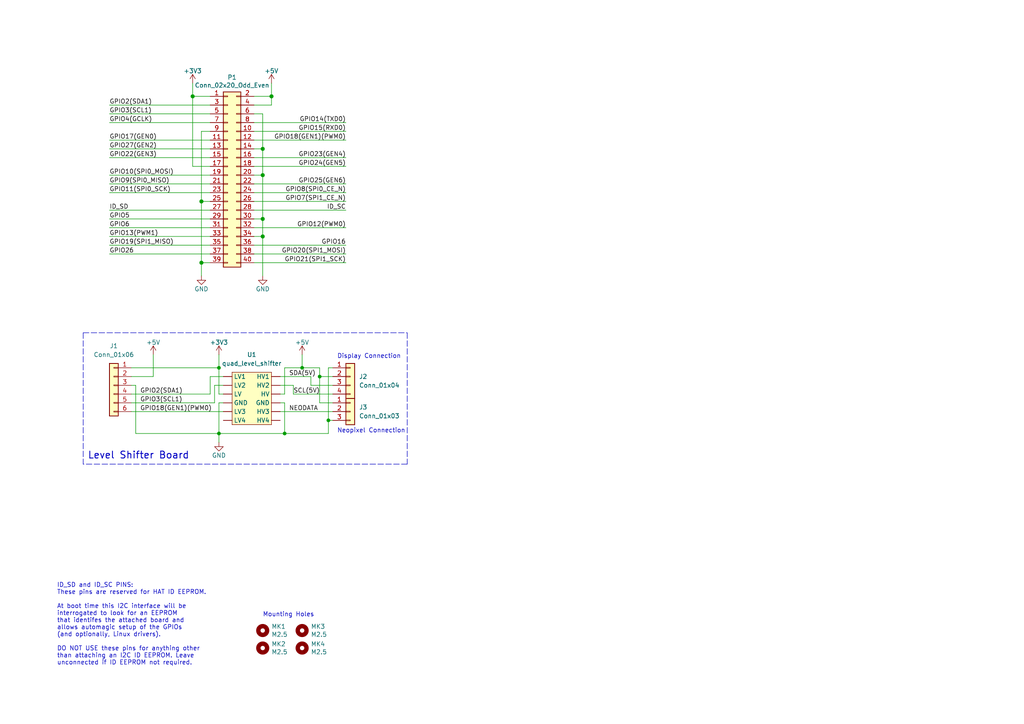
<source format=kicad_sch>
(kicad_sch (version 20211123) (generator eeschema)

  (uuid 9538e4ed-27e6-4c37-b989-9859dc0d49e8)

  (paper "A4")

  (title_block
    (date "15 nov 2012")
  )

  (lib_symbols
    (symbol "Connector_Generic:Conn_01x03" (pin_names (offset 1.016) hide) (in_bom yes) (on_board yes)
      (property "Reference" "J" (id 0) (at 0 5.08 0)
        (effects (font (size 1.27 1.27)))
      )
      (property "Value" "Conn_01x03" (id 1) (at 0 -5.08 0)
        (effects (font (size 1.27 1.27)))
      )
      (property "Footprint" "" (id 2) (at 0 0 0)
        (effects (font (size 1.27 1.27)) hide)
      )
      (property "Datasheet" "~" (id 3) (at 0 0 0)
        (effects (font (size 1.27 1.27)) hide)
      )
      (property "ki_keywords" "connector" (id 4) (at 0 0 0)
        (effects (font (size 1.27 1.27)) hide)
      )
      (property "ki_description" "Generic connector, single row, 01x03, script generated (kicad-library-utils/schlib/autogen/connector/)" (id 5) (at 0 0 0)
        (effects (font (size 1.27 1.27)) hide)
      )
      (property "ki_fp_filters" "Connector*:*_1x??_*" (id 6) (at 0 0 0)
        (effects (font (size 1.27 1.27)) hide)
      )
      (symbol "Conn_01x03_1_1"
        (rectangle (start -1.27 -2.413) (end 0 -2.667)
          (stroke (width 0.1524) (type default) (color 0 0 0 0))
          (fill (type none))
        )
        (rectangle (start -1.27 0.127) (end 0 -0.127)
          (stroke (width 0.1524) (type default) (color 0 0 0 0))
          (fill (type none))
        )
        (rectangle (start -1.27 2.667) (end 0 2.413)
          (stroke (width 0.1524) (type default) (color 0 0 0 0))
          (fill (type none))
        )
        (rectangle (start -1.27 3.81) (end 1.27 -3.81)
          (stroke (width 0.254) (type default) (color 0 0 0 0))
          (fill (type background))
        )
        (pin passive line (at -5.08 2.54 0) (length 3.81)
          (name "Pin_1" (effects (font (size 1.27 1.27))))
          (number "1" (effects (font (size 1.27 1.27))))
        )
        (pin passive line (at -5.08 0 0) (length 3.81)
          (name "Pin_2" (effects (font (size 1.27 1.27))))
          (number "2" (effects (font (size 1.27 1.27))))
        )
        (pin passive line (at -5.08 -2.54 0) (length 3.81)
          (name "Pin_3" (effects (font (size 1.27 1.27))))
          (number "3" (effects (font (size 1.27 1.27))))
        )
      )
    )
    (symbol "Connector_Generic:Conn_01x04" (pin_names (offset 1.016) hide) (in_bom yes) (on_board yes)
      (property "Reference" "J" (id 0) (at 0 5.08 0)
        (effects (font (size 1.27 1.27)))
      )
      (property "Value" "Conn_01x04" (id 1) (at 0 -7.62 0)
        (effects (font (size 1.27 1.27)))
      )
      (property "Footprint" "" (id 2) (at 0 0 0)
        (effects (font (size 1.27 1.27)) hide)
      )
      (property "Datasheet" "~" (id 3) (at 0 0 0)
        (effects (font (size 1.27 1.27)) hide)
      )
      (property "ki_keywords" "connector" (id 4) (at 0 0 0)
        (effects (font (size 1.27 1.27)) hide)
      )
      (property "ki_description" "Generic connector, single row, 01x04, script generated (kicad-library-utils/schlib/autogen/connector/)" (id 5) (at 0 0 0)
        (effects (font (size 1.27 1.27)) hide)
      )
      (property "ki_fp_filters" "Connector*:*_1x??_*" (id 6) (at 0 0 0)
        (effects (font (size 1.27 1.27)) hide)
      )
      (symbol "Conn_01x04_1_1"
        (rectangle (start -1.27 -4.953) (end 0 -5.207)
          (stroke (width 0.1524) (type default) (color 0 0 0 0))
          (fill (type none))
        )
        (rectangle (start -1.27 -2.413) (end 0 -2.667)
          (stroke (width 0.1524) (type default) (color 0 0 0 0))
          (fill (type none))
        )
        (rectangle (start -1.27 0.127) (end 0 -0.127)
          (stroke (width 0.1524) (type default) (color 0 0 0 0))
          (fill (type none))
        )
        (rectangle (start -1.27 2.667) (end 0 2.413)
          (stroke (width 0.1524) (type default) (color 0 0 0 0))
          (fill (type none))
        )
        (rectangle (start -1.27 3.81) (end 1.27 -6.35)
          (stroke (width 0.254) (type default) (color 0 0 0 0))
          (fill (type background))
        )
        (pin passive line (at -5.08 2.54 0) (length 3.81)
          (name "Pin_1" (effects (font (size 1.27 1.27))))
          (number "1" (effects (font (size 1.27 1.27))))
        )
        (pin passive line (at -5.08 0 0) (length 3.81)
          (name "Pin_2" (effects (font (size 1.27 1.27))))
          (number "2" (effects (font (size 1.27 1.27))))
        )
        (pin passive line (at -5.08 -2.54 0) (length 3.81)
          (name "Pin_3" (effects (font (size 1.27 1.27))))
          (number "3" (effects (font (size 1.27 1.27))))
        )
        (pin passive line (at -5.08 -5.08 0) (length 3.81)
          (name "Pin_4" (effects (font (size 1.27 1.27))))
          (number "4" (effects (font (size 1.27 1.27))))
        )
      )
    )
    (symbol "Connector_Generic:Conn_01x06" (pin_names (offset 1.016) hide) (in_bom yes) (on_board yes)
      (property "Reference" "J" (id 0) (at 0 7.62 0)
        (effects (font (size 1.27 1.27)))
      )
      (property "Value" "Conn_01x06" (id 1) (at 0 -10.16 0)
        (effects (font (size 1.27 1.27)))
      )
      (property "Footprint" "" (id 2) (at 0 0 0)
        (effects (font (size 1.27 1.27)) hide)
      )
      (property "Datasheet" "~" (id 3) (at 0 0 0)
        (effects (font (size 1.27 1.27)) hide)
      )
      (property "ki_keywords" "connector" (id 4) (at 0 0 0)
        (effects (font (size 1.27 1.27)) hide)
      )
      (property "ki_description" "Generic connector, single row, 01x06, script generated (kicad-library-utils/schlib/autogen/connector/)" (id 5) (at 0 0 0)
        (effects (font (size 1.27 1.27)) hide)
      )
      (property "ki_fp_filters" "Connector*:*_1x??_*" (id 6) (at 0 0 0)
        (effects (font (size 1.27 1.27)) hide)
      )
      (symbol "Conn_01x06_1_1"
        (rectangle (start -1.27 -7.493) (end 0 -7.747)
          (stroke (width 0.1524) (type default) (color 0 0 0 0))
          (fill (type none))
        )
        (rectangle (start -1.27 -4.953) (end 0 -5.207)
          (stroke (width 0.1524) (type default) (color 0 0 0 0))
          (fill (type none))
        )
        (rectangle (start -1.27 -2.413) (end 0 -2.667)
          (stroke (width 0.1524) (type default) (color 0 0 0 0))
          (fill (type none))
        )
        (rectangle (start -1.27 0.127) (end 0 -0.127)
          (stroke (width 0.1524) (type default) (color 0 0 0 0))
          (fill (type none))
        )
        (rectangle (start -1.27 2.667) (end 0 2.413)
          (stroke (width 0.1524) (type default) (color 0 0 0 0))
          (fill (type none))
        )
        (rectangle (start -1.27 5.207) (end 0 4.953)
          (stroke (width 0.1524) (type default) (color 0 0 0 0))
          (fill (type none))
        )
        (rectangle (start -1.27 6.35) (end 1.27 -8.89)
          (stroke (width 0.254) (type default) (color 0 0 0 0))
          (fill (type background))
        )
        (pin passive line (at -5.08 5.08 0) (length 3.81)
          (name "Pin_1" (effects (font (size 1.27 1.27))))
          (number "1" (effects (font (size 1.27 1.27))))
        )
        (pin passive line (at -5.08 2.54 0) (length 3.81)
          (name "Pin_2" (effects (font (size 1.27 1.27))))
          (number "2" (effects (font (size 1.27 1.27))))
        )
        (pin passive line (at -5.08 0 0) (length 3.81)
          (name "Pin_3" (effects (font (size 1.27 1.27))))
          (number "3" (effects (font (size 1.27 1.27))))
        )
        (pin passive line (at -5.08 -2.54 0) (length 3.81)
          (name "Pin_4" (effects (font (size 1.27 1.27))))
          (number "4" (effects (font (size 1.27 1.27))))
        )
        (pin passive line (at -5.08 -5.08 0) (length 3.81)
          (name "Pin_5" (effects (font (size 1.27 1.27))))
          (number "5" (effects (font (size 1.27 1.27))))
        )
        (pin passive line (at -5.08 -7.62 0) (length 3.81)
          (name "Pin_6" (effects (font (size 1.27 1.27))))
          (number "6" (effects (font (size 1.27 1.27))))
        )
      )
    )
    (symbol "Connector_Generic:Conn_02x20_Odd_Even" (pin_names (offset 1.016) hide) (in_bom yes) (on_board yes)
      (property "Reference" "J" (id 0) (at 1.27 25.4 0)
        (effects (font (size 1.27 1.27)))
      )
      (property "Value" "Conn_02x20_Odd_Even" (id 1) (at 1.27 -27.94 0)
        (effects (font (size 1.27 1.27)))
      )
      (property "Footprint" "" (id 2) (at 0 0 0)
        (effects (font (size 1.27 1.27)) hide)
      )
      (property "Datasheet" "~" (id 3) (at 0 0 0)
        (effects (font (size 1.27 1.27)) hide)
      )
      (property "ki_keywords" "connector" (id 4) (at 0 0 0)
        (effects (font (size 1.27 1.27)) hide)
      )
      (property "ki_description" "Generic connector, double row, 02x20, odd/even pin numbering scheme (row 1 odd numbers, row 2 even numbers), script generated (kicad-library-utils/schlib/autogen/connector/)" (id 5) (at 0 0 0)
        (effects (font (size 1.27 1.27)) hide)
      )
      (property "ki_fp_filters" "Connector*:*_2x??_*" (id 6) (at 0 0 0)
        (effects (font (size 1.27 1.27)) hide)
      )
      (symbol "Conn_02x20_Odd_Even_1_1"
        (rectangle (start -1.27 -25.273) (end 0 -25.527)
          (stroke (width 0.1524) (type default) (color 0 0 0 0))
          (fill (type none))
        )
        (rectangle (start -1.27 -22.733) (end 0 -22.987)
          (stroke (width 0.1524) (type default) (color 0 0 0 0))
          (fill (type none))
        )
        (rectangle (start -1.27 -20.193) (end 0 -20.447)
          (stroke (width 0.1524) (type default) (color 0 0 0 0))
          (fill (type none))
        )
        (rectangle (start -1.27 -17.653) (end 0 -17.907)
          (stroke (width 0.1524) (type default) (color 0 0 0 0))
          (fill (type none))
        )
        (rectangle (start -1.27 -15.113) (end 0 -15.367)
          (stroke (width 0.1524) (type default) (color 0 0 0 0))
          (fill (type none))
        )
        (rectangle (start -1.27 -12.573) (end 0 -12.827)
          (stroke (width 0.1524) (type default) (color 0 0 0 0))
          (fill (type none))
        )
        (rectangle (start -1.27 -10.033) (end 0 -10.287)
          (stroke (width 0.1524) (type default) (color 0 0 0 0))
          (fill (type none))
        )
        (rectangle (start -1.27 -7.493) (end 0 -7.747)
          (stroke (width 0.1524) (type default) (color 0 0 0 0))
          (fill (type none))
        )
        (rectangle (start -1.27 -4.953) (end 0 -5.207)
          (stroke (width 0.1524) (type default) (color 0 0 0 0))
          (fill (type none))
        )
        (rectangle (start -1.27 -2.413) (end 0 -2.667)
          (stroke (width 0.1524) (type default) (color 0 0 0 0))
          (fill (type none))
        )
        (rectangle (start -1.27 0.127) (end 0 -0.127)
          (stroke (width 0.1524) (type default) (color 0 0 0 0))
          (fill (type none))
        )
        (rectangle (start -1.27 2.667) (end 0 2.413)
          (stroke (width 0.1524) (type default) (color 0 0 0 0))
          (fill (type none))
        )
        (rectangle (start -1.27 5.207) (end 0 4.953)
          (stroke (width 0.1524) (type default) (color 0 0 0 0))
          (fill (type none))
        )
        (rectangle (start -1.27 7.747) (end 0 7.493)
          (stroke (width 0.1524) (type default) (color 0 0 0 0))
          (fill (type none))
        )
        (rectangle (start -1.27 10.287) (end 0 10.033)
          (stroke (width 0.1524) (type default) (color 0 0 0 0))
          (fill (type none))
        )
        (rectangle (start -1.27 12.827) (end 0 12.573)
          (stroke (width 0.1524) (type default) (color 0 0 0 0))
          (fill (type none))
        )
        (rectangle (start -1.27 15.367) (end 0 15.113)
          (stroke (width 0.1524) (type default) (color 0 0 0 0))
          (fill (type none))
        )
        (rectangle (start -1.27 17.907) (end 0 17.653)
          (stroke (width 0.1524) (type default) (color 0 0 0 0))
          (fill (type none))
        )
        (rectangle (start -1.27 20.447) (end 0 20.193)
          (stroke (width 0.1524) (type default) (color 0 0 0 0))
          (fill (type none))
        )
        (rectangle (start -1.27 22.987) (end 0 22.733)
          (stroke (width 0.1524) (type default) (color 0 0 0 0))
          (fill (type none))
        )
        (rectangle (start -1.27 24.13) (end 3.81 -26.67)
          (stroke (width 0.254) (type default) (color 0 0 0 0))
          (fill (type background))
        )
        (rectangle (start 3.81 -25.273) (end 2.54 -25.527)
          (stroke (width 0.1524) (type default) (color 0 0 0 0))
          (fill (type none))
        )
        (rectangle (start 3.81 -22.733) (end 2.54 -22.987)
          (stroke (width 0.1524) (type default) (color 0 0 0 0))
          (fill (type none))
        )
        (rectangle (start 3.81 -20.193) (end 2.54 -20.447)
          (stroke (width 0.1524) (type default) (color 0 0 0 0))
          (fill (type none))
        )
        (rectangle (start 3.81 -17.653) (end 2.54 -17.907)
          (stroke (width 0.1524) (type default) (color 0 0 0 0))
          (fill (type none))
        )
        (rectangle (start 3.81 -15.113) (end 2.54 -15.367)
          (stroke (width 0.1524) (type default) (color 0 0 0 0))
          (fill (type none))
        )
        (rectangle (start 3.81 -12.573) (end 2.54 -12.827)
          (stroke (width 0.1524) (type default) (color 0 0 0 0))
          (fill (type none))
        )
        (rectangle (start 3.81 -10.033) (end 2.54 -10.287)
          (stroke (width 0.1524) (type default) (color 0 0 0 0))
          (fill (type none))
        )
        (rectangle (start 3.81 -7.493) (end 2.54 -7.747)
          (stroke (width 0.1524) (type default) (color 0 0 0 0))
          (fill (type none))
        )
        (rectangle (start 3.81 -4.953) (end 2.54 -5.207)
          (stroke (width 0.1524) (type default) (color 0 0 0 0))
          (fill (type none))
        )
        (rectangle (start 3.81 -2.413) (end 2.54 -2.667)
          (stroke (width 0.1524) (type default) (color 0 0 0 0))
          (fill (type none))
        )
        (rectangle (start 3.81 0.127) (end 2.54 -0.127)
          (stroke (width 0.1524) (type default) (color 0 0 0 0))
          (fill (type none))
        )
        (rectangle (start 3.81 2.667) (end 2.54 2.413)
          (stroke (width 0.1524) (type default) (color 0 0 0 0))
          (fill (type none))
        )
        (rectangle (start 3.81 5.207) (end 2.54 4.953)
          (stroke (width 0.1524) (type default) (color 0 0 0 0))
          (fill (type none))
        )
        (rectangle (start 3.81 7.747) (end 2.54 7.493)
          (stroke (width 0.1524) (type default) (color 0 0 0 0))
          (fill (type none))
        )
        (rectangle (start 3.81 10.287) (end 2.54 10.033)
          (stroke (width 0.1524) (type default) (color 0 0 0 0))
          (fill (type none))
        )
        (rectangle (start 3.81 12.827) (end 2.54 12.573)
          (stroke (width 0.1524) (type default) (color 0 0 0 0))
          (fill (type none))
        )
        (rectangle (start 3.81 15.367) (end 2.54 15.113)
          (stroke (width 0.1524) (type default) (color 0 0 0 0))
          (fill (type none))
        )
        (rectangle (start 3.81 17.907) (end 2.54 17.653)
          (stroke (width 0.1524) (type default) (color 0 0 0 0))
          (fill (type none))
        )
        (rectangle (start 3.81 20.447) (end 2.54 20.193)
          (stroke (width 0.1524) (type default) (color 0 0 0 0))
          (fill (type none))
        )
        (rectangle (start 3.81 22.987) (end 2.54 22.733)
          (stroke (width 0.1524) (type default) (color 0 0 0 0))
          (fill (type none))
        )
        (pin passive line (at -5.08 22.86 0) (length 3.81)
          (name "Pin_1" (effects (font (size 1.27 1.27))))
          (number "1" (effects (font (size 1.27 1.27))))
        )
        (pin passive line (at 7.62 12.7 180) (length 3.81)
          (name "Pin_10" (effects (font (size 1.27 1.27))))
          (number "10" (effects (font (size 1.27 1.27))))
        )
        (pin passive line (at -5.08 10.16 0) (length 3.81)
          (name "Pin_11" (effects (font (size 1.27 1.27))))
          (number "11" (effects (font (size 1.27 1.27))))
        )
        (pin passive line (at 7.62 10.16 180) (length 3.81)
          (name "Pin_12" (effects (font (size 1.27 1.27))))
          (number "12" (effects (font (size 1.27 1.27))))
        )
        (pin passive line (at -5.08 7.62 0) (length 3.81)
          (name "Pin_13" (effects (font (size 1.27 1.27))))
          (number "13" (effects (font (size 1.27 1.27))))
        )
        (pin passive line (at 7.62 7.62 180) (length 3.81)
          (name "Pin_14" (effects (font (size 1.27 1.27))))
          (number "14" (effects (font (size 1.27 1.27))))
        )
        (pin passive line (at -5.08 5.08 0) (length 3.81)
          (name "Pin_15" (effects (font (size 1.27 1.27))))
          (number "15" (effects (font (size 1.27 1.27))))
        )
        (pin passive line (at 7.62 5.08 180) (length 3.81)
          (name "Pin_16" (effects (font (size 1.27 1.27))))
          (number "16" (effects (font (size 1.27 1.27))))
        )
        (pin passive line (at -5.08 2.54 0) (length 3.81)
          (name "Pin_17" (effects (font (size 1.27 1.27))))
          (number "17" (effects (font (size 1.27 1.27))))
        )
        (pin passive line (at 7.62 2.54 180) (length 3.81)
          (name "Pin_18" (effects (font (size 1.27 1.27))))
          (number "18" (effects (font (size 1.27 1.27))))
        )
        (pin passive line (at -5.08 0 0) (length 3.81)
          (name "Pin_19" (effects (font (size 1.27 1.27))))
          (number "19" (effects (font (size 1.27 1.27))))
        )
        (pin passive line (at 7.62 22.86 180) (length 3.81)
          (name "Pin_2" (effects (font (size 1.27 1.27))))
          (number "2" (effects (font (size 1.27 1.27))))
        )
        (pin passive line (at 7.62 0 180) (length 3.81)
          (name "Pin_20" (effects (font (size 1.27 1.27))))
          (number "20" (effects (font (size 1.27 1.27))))
        )
        (pin passive line (at -5.08 -2.54 0) (length 3.81)
          (name "Pin_21" (effects (font (size 1.27 1.27))))
          (number "21" (effects (font (size 1.27 1.27))))
        )
        (pin passive line (at 7.62 -2.54 180) (length 3.81)
          (name "Pin_22" (effects (font (size 1.27 1.27))))
          (number "22" (effects (font (size 1.27 1.27))))
        )
        (pin passive line (at -5.08 -5.08 0) (length 3.81)
          (name "Pin_23" (effects (font (size 1.27 1.27))))
          (number "23" (effects (font (size 1.27 1.27))))
        )
        (pin passive line (at 7.62 -5.08 180) (length 3.81)
          (name "Pin_24" (effects (font (size 1.27 1.27))))
          (number "24" (effects (font (size 1.27 1.27))))
        )
        (pin passive line (at -5.08 -7.62 0) (length 3.81)
          (name "Pin_25" (effects (font (size 1.27 1.27))))
          (number "25" (effects (font (size 1.27 1.27))))
        )
        (pin passive line (at 7.62 -7.62 180) (length 3.81)
          (name "Pin_26" (effects (font (size 1.27 1.27))))
          (number "26" (effects (font (size 1.27 1.27))))
        )
        (pin passive line (at -5.08 -10.16 0) (length 3.81)
          (name "Pin_27" (effects (font (size 1.27 1.27))))
          (number "27" (effects (font (size 1.27 1.27))))
        )
        (pin passive line (at 7.62 -10.16 180) (length 3.81)
          (name "Pin_28" (effects (font (size 1.27 1.27))))
          (number "28" (effects (font (size 1.27 1.27))))
        )
        (pin passive line (at -5.08 -12.7 0) (length 3.81)
          (name "Pin_29" (effects (font (size 1.27 1.27))))
          (number "29" (effects (font (size 1.27 1.27))))
        )
        (pin passive line (at -5.08 20.32 0) (length 3.81)
          (name "Pin_3" (effects (font (size 1.27 1.27))))
          (number "3" (effects (font (size 1.27 1.27))))
        )
        (pin passive line (at 7.62 -12.7 180) (length 3.81)
          (name "Pin_30" (effects (font (size 1.27 1.27))))
          (number "30" (effects (font (size 1.27 1.27))))
        )
        (pin passive line (at -5.08 -15.24 0) (length 3.81)
          (name "Pin_31" (effects (font (size 1.27 1.27))))
          (number "31" (effects (font (size 1.27 1.27))))
        )
        (pin passive line (at 7.62 -15.24 180) (length 3.81)
          (name "Pin_32" (effects (font (size 1.27 1.27))))
          (number "32" (effects (font (size 1.27 1.27))))
        )
        (pin passive line (at -5.08 -17.78 0) (length 3.81)
          (name "Pin_33" (effects (font (size 1.27 1.27))))
          (number "33" (effects (font (size 1.27 1.27))))
        )
        (pin passive line (at 7.62 -17.78 180) (length 3.81)
          (name "Pin_34" (effects (font (size 1.27 1.27))))
          (number "34" (effects (font (size 1.27 1.27))))
        )
        (pin passive line (at -5.08 -20.32 0) (length 3.81)
          (name "Pin_35" (effects (font (size 1.27 1.27))))
          (number "35" (effects (font (size 1.27 1.27))))
        )
        (pin passive line (at 7.62 -20.32 180) (length 3.81)
          (name "Pin_36" (effects (font (size 1.27 1.27))))
          (number "36" (effects (font (size 1.27 1.27))))
        )
        (pin passive line (at -5.08 -22.86 0) (length 3.81)
          (name "Pin_37" (effects (font (size 1.27 1.27))))
          (number "37" (effects (font (size 1.27 1.27))))
        )
        (pin passive line (at 7.62 -22.86 180) (length 3.81)
          (name "Pin_38" (effects (font (size 1.27 1.27))))
          (number "38" (effects (font (size 1.27 1.27))))
        )
        (pin passive line (at -5.08 -25.4 0) (length 3.81)
          (name "Pin_39" (effects (font (size 1.27 1.27))))
          (number "39" (effects (font (size 1.27 1.27))))
        )
        (pin passive line (at 7.62 20.32 180) (length 3.81)
          (name "Pin_4" (effects (font (size 1.27 1.27))))
          (number "4" (effects (font (size 1.27 1.27))))
        )
        (pin passive line (at 7.62 -25.4 180) (length 3.81)
          (name "Pin_40" (effects (font (size 1.27 1.27))))
          (number "40" (effects (font (size 1.27 1.27))))
        )
        (pin passive line (at -5.08 17.78 0) (length 3.81)
          (name "Pin_5" (effects (font (size 1.27 1.27))))
          (number "5" (effects (font (size 1.27 1.27))))
        )
        (pin passive line (at 7.62 17.78 180) (length 3.81)
          (name "Pin_6" (effects (font (size 1.27 1.27))))
          (number "6" (effects (font (size 1.27 1.27))))
        )
        (pin passive line (at -5.08 15.24 0) (length 3.81)
          (name "Pin_7" (effects (font (size 1.27 1.27))))
          (number "7" (effects (font (size 1.27 1.27))))
        )
        (pin passive line (at 7.62 15.24 180) (length 3.81)
          (name "Pin_8" (effects (font (size 1.27 1.27))))
          (number "8" (effects (font (size 1.27 1.27))))
        )
        (pin passive line (at -5.08 12.7 0) (length 3.81)
          (name "Pin_9" (effects (font (size 1.27 1.27))))
          (number "9" (effects (font (size 1.27 1.27))))
        )
      )
    )
    (symbol "Mechanical:MountingHole" (pin_names (offset 1.016)) (in_bom yes) (on_board yes)
      (property "Reference" "H" (id 0) (at 0 5.08 0)
        (effects (font (size 1.27 1.27)))
      )
      (property "Value" "MountingHole" (id 1) (at 0 3.175 0)
        (effects (font (size 1.27 1.27)))
      )
      (property "Footprint" "" (id 2) (at 0 0 0)
        (effects (font (size 1.27 1.27)) hide)
      )
      (property "Datasheet" "~" (id 3) (at 0 0 0)
        (effects (font (size 1.27 1.27)) hide)
      )
      (property "ki_keywords" "mounting hole" (id 4) (at 0 0 0)
        (effects (font (size 1.27 1.27)) hide)
      )
      (property "ki_description" "Mounting Hole without connection" (id 5) (at 0 0 0)
        (effects (font (size 1.27 1.27)) hide)
      )
      (property "ki_fp_filters" "MountingHole*" (id 6) (at 0 0 0)
        (effects (font (size 1.27 1.27)) hide)
      )
      (symbol "MountingHole_0_1"
        (circle (center 0 0) (radius 1.27)
          (stroke (width 1.27) (type default) (color 0 0 0 0))
          (fill (type none))
        )
      )
    )
    (symbol "custom_components:quad_level_shifter" (in_bom yes) (on_board yes)
      (property "Reference" "U" (id 0) (at 5.08 -1.27 0)
        (effects (font (size 1.27 1.27)))
      )
      (property "Value" "quad_level_shifter" (id 1) (at 6.35 16.51 0)
        (effects (font (size 1.27 1.27)))
      )
      (property "Footprint" "" (id 2) (at 2.54 16.51 0)
        (effects (font (size 1.27 1.27)) hide)
      )
      (property "Datasheet" "" (id 3) (at 2.54 16.51 0)
        (effects (font (size 1.27 1.27)) hide)
      )
      (symbol "quad_level_shifter_0_1"
        (rectangle (start 0 15.24) (end 11.43 0)
          (stroke (width 0) (type default) (color 0 0 0 0))
          (fill (type background))
        )
      )
      (symbol "quad_level_shifter_1_1"
        (pin power_in line (at -2.54 6.35 0) (length 2.54)
          (name "GND" (effects (font (size 1.27 1.27))))
          (number "" (effects (font (size 1.27 1.27))))
        )
        (pin power_in line (at 13.97 6.35 180) (length 2.54)
          (name "GND" (effects (font (size 1.27 1.27))))
          (number "" (effects (font (size 1.27 1.27))))
        )
        (pin power_in line (at 13.97 8.89 180) (length 2.54)
          (name "HV" (effects (font (size 1.27 1.27))))
          (number "" (effects (font (size 1.27 1.27))))
        )
        (pin bidirectional line (at 13.97 13.97 180) (length 2.54)
          (name "HV1" (effects (font (size 1.27 1.27))))
          (number "" (effects (font (size 1.27 1.27))))
        )
        (pin bidirectional line (at 13.97 11.43 180) (length 2.54)
          (name "HV2" (effects (font (size 1.27 1.27))))
          (number "" (effects (font (size 1.27 1.27))))
        )
        (pin bidirectional line (at 13.97 3.81 180) (length 2.54)
          (name "HV3" (effects (font (size 1.27 1.27))))
          (number "" (effects (font (size 1.27 1.27))))
        )
        (pin bidirectional line (at 13.97 1.27 180) (length 2.54)
          (name "HV4" (effects (font (size 1.27 1.27))))
          (number "" (effects (font (size 1.27 1.27))))
        )
        (pin power_in line (at -2.54 8.89 0) (length 2.54)
          (name "LV" (effects (font (size 1.27 1.27))))
          (number "" (effects (font (size 1.27 1.27))))
        )
        (pin bidirectional line (at -2.54 13.97 0) (length 2.54)
          (name "LV1" (effects (font (size 1.27 1.27))))
          (number "" (effects (font (size 1.27 1.27))))
        )
        (pin bidirectional line (at -2.54 11.43 0) (length 2.54)
          (name "LV2" (effects (font (size 1.27 1.27))))
          (number "" (effects (font (size 1.27 1.27))))
        )
        (pin bidirectional line (at -2.54 3.81 0) (length 2.54)
          (name "LV3" (effects (font (size 1.27 1.27))))
          (number "" (effects (font (size 1.27 1.27))))
        )
        (pin bidirectional line (at -2.54 1.27 0) (length 2.54)
          (name "LV4" (effects (font (size 1.27 1.27))))
          (number "" (effects (font (size 1.27 1.27))))
        )
      )
    )
    (symbol "power:+3.3V" (power) (pin_names (offset 0)) (in_bom yes) (on_board yes)
      (property "Reference" "#PWR" (id 0) (at 0 -3.81 0)
        (effects (font (size 1.27 1.27)) hide)
      )
      (property "Value" "+3.3V" (id 1) (at 0 3.556 0)
        (effects (font (size 1.27 1.27)))
      )
      (property "Footprint" "" (id 2) (at 0 0 0)
        (effects (font (size 1.27 1.27)) hide)
      )
      (property "Datasheet" "" (id 3) (at 0 0 0)
        (effects (font (size 1.27 1.27)) hide)
      )
      (property "ki_keywords" "power-flag" (id 4) (at 0 0 0)
        (effects (font (size 1.27 1.27)) hide)
      )
      (property "ki_description" "Power symbol creates a global label with name \"+3.3V\"" (id 5) (at 0 0 0)
        (effects (font (size 1.27 1.27)) hide)
      )
      (symbol "+3.3V_0_1"
        (polyline
          (pts
            (xy -0.762 1.27)
            (xy 0 2.54)
          )
          (stroke (width 0) (type default) (color 0 0 0 0))
          (fill (type none))
        )
        (polyline
          (pts
            (xy 0 0)
            (xy 0 2.54)
          )
          (stroke (width 0) (type default) (color 0 0 0 0))
          (fill (type none))
        )
        (polyline
          (pts
            (xy 0 2.54)
            (xy 0.762 1.27)
          )
          (stroke (width 0) (type default) (color 0 0 0 0))
          (fill (type none))
        )
      )
      (symbol "+3.3V_1_1"
        (pin power_in line (at 0 0 90) (length 0) hide
          (name "+3V3" (effects (font (size 1.27 1.27))))
          (number "1" (effects (font (size 1.27 1.27))))
        )
      )
    )
    (symbol "power:+5V" (power) (pin_names (offset 0)) (in_bom yes) (on_board yes)
      (property "Reference" "#PWR" (id 0) (at 0 -3.81 0)
        (effects (font (size 1.27 1.27)) hide)
      )
      (property "Value" "+5V" (id 1) (at 0 3.556 0)
        (effects (font (size 1.27 1.27)))
      )
      (property "Footprint" "" (id 2) (at 0 0 0)
        (effects (font (size 1.27 1.27)) hide)
      )
      (property "Datasheet" "" (id 3) (at 0 0 0)
        (effects (font (size 1.27 1.27)) hide)
      )
      (property "ki_keywords" "power-flag" (id 4) (at 0 0 0)
        (effects (font (size 1.27 1.27)) hide)
      )
      (property "ki_description" "Power symbol creates a global label with name \"+5V\"" (id 5) (at 0 0 0)
        (effects (font (size 1.27 1.27)) hide)
      )
      (symbol "+5V_0_1"
        (polyline
          (pts
            (xy -0.762 1.27)
            (xy 0 2.54)
          )
          (stroke (width 0) (type default) (color 0 0 0 0))
          (fill (type none))
        )
        (polyline
          (pts
            (xy 0 0)
            (xy 0 2.54)
          )
          (stroke (width 0) (type default) (color 0 0 0 0))
          (fill (type none))
        )
        (polyline
          (pts
            (xy 0 2.54)
            (xy 0.762 1.27)
          )
          (stroke (width 0) (type default) (color 0 0 0 0))
          (fill (type none))
        )
      )
      (symbol "+5V_1_1"
        (pin power_in line (at 0 0 90) (length 0) hide
          (name "+5V" (effects (font (size 1.27 1.27))))
          (number "1" (effects (font (size 1.27 1.27))))
        )
      )
    )
    (symbol "power:GND" (power) (pin_names (offset 0)) (in_bom yes) (on_board yes)
      (property "Reference" "#PWR" (id 0) (at 0 -6.35 0)
        (effects (font (size 1.27 1.27)) hide)
      )
      (property "Value" "GND" (id 1) (at 0 -3.81 0)
        (effects (font (size 1.27 1.27)))
      )
      (property "Footprint" "" (id 2) (at 0 0 0)
        (effects (font (size 1.27 1.27)) hide)
      )
      (property "Datasheet" "" (id 3) (at 0 0 0)
        (effects (font (size 1.27 1.27)) hide)
      )
      (property "ki_keywords" "power-flag" (id 4) (at 0 0 0)
        (effects (font (size 1.27 1.27)) hide)
      )
      (property "ki_description" "Power symbol creates a global label with name \"GND\" , ground" (id 5) (at 0 0 0)
        (effects (font (size 1.27 1.27)) hide)
      )
      (symbol "GND_0_1"
        (polyline
          (pts
            (xy 0 0)
            (xy 0 -1.27)
            (xy 1.27 -1.27)
            (xy 0 -2.54)
            (xy -1.27 -1.27)
            (xy 0 -1.27)
          )
          (stroke (width 0) (type default) (color 0 0 0 0))
          (fill (type none))
        )
      )
      (symbol "GND_1_1"
        (pin power_in line (at 0 0 270) (length 0) hide
          (name "GND" (effects (font (size 1.27 1.27))))
          (number "1" (effects (font (size 1.27 1.27))))
        )
      )
    )
  )

  (junction (at 82.55 125.73) (diameter 0) (color 0 0 0 0)
    (uuid 0a7d1e19-404e-45ff-b239-025b3086c6ed)
  )
  (junction (at 76.2 50.8) (diameter 1.016) (color 0 0 0 0)
    (uuid 13abf99d-5265-4779-8973-e94370fd18ff)
  )
  (junction (at 58.42 76.2) (diameter 1.016) (color 0 0 0 0)
    (uuid 32667662-ae86-4904-b198-3e95f11851bf)
  )
  (junction (at 55.88 27.94) (diameter 1.016) (color 0 0 0 0)
    (uuid 3dcc657b-55a1-48e0-9667-e01e7b6b08b5)
  )
  (junction (at 78.74 27.94) (diameter 1.016) (color 0 0 0 0)
    (uuid 46918595-4a45-48e8-84c0-961b4db7f35f)
  )
  (junction (at 58.42 58.42) (diameter 1.016) (color 0 0 0 0)
    (uuid 67f6e996-3c99-493c-8f6f-e739e2ed5d7a)
  )
  (junction (at 87.63 106.68) (diameter 0) (color 0 0 0 0)
    (uuid 6f8fa528-3024-468f-aa76-f56ae7825476)
  )
  (junction (at 95.25 121.92) (diameter 0) (color 0 0 0 0)
    (uuid 82b086ac-f898-4a1e-94e8-84b1c108a0f5)
  )
  (junction (at 63.5 106.68) (diameter 0) (color 0 0 0 0)
    (uuid 93f0180c-5571-48d1-bfeb-602e5c4078dd)
  )
  (junction (at 92.71 109.22) (diameter 0) (color 0 0 0 0)
    (uuid 9f01fc62-5929-480d-affc-4726ba245864)
  )
  (junction (at 76.2 43.18) (diameter 1.016) (color 0 0 0 0)
    (uuid a05d7640-f2f6-4ba7-8c51-5a4af431fc13)
  )
  (junction (at 76.2 63.5) (diameter 1.016) (color 0 0 0 0)
    (uuid a7520ad3-0f8b-4788-92d4-8ffb277041e6)
  )
  (junction (at 76.2 68.58) (diameter 1.016) (color 0 0 0 0)
    (uuid a795f1ba-cdd5-4cc5-9a52-08586e982934)
  )
  (junction (at 63.5 125.73) (diameter 0) (color 0 0 0 0)
    (uuid bd327386-892e-435a-95cf-038950ce77d2)
  )

  (wire (pts (xy 92.71 109.22) (xy 92.71 116.84))
    (stroke (width 0) (type default) (color 0 0 0 0))
    (uuid 01eb51b8-18dc-4532-ad60-8783aa9476b2)
  )
  (wire (pts (xy 60.96 114.3) (xy 60.96 109.22))
    (stroke (width 0) (type default) (color 0 0 0 0))
    (uuid 094d1042-d8bc-47ce-a5f6-38be9dd68a86)
  )
  (wire (pts (xy 92.71 109.22) (xy 92.71 106.68))
    (stroke (width 0) (type default) (color 0 0 0 0))
    (uuid 09d7acd4-d7a7-48ee-8827-ba4794e83c5e)
  )
  (wire (pts (xy 55.88 27.94) (xy 60.96 27.94))
    (stroke (width 0) (type solid) (color 0 0 0 0))
    (uuid 0cc9255d-c831-4d62-ac1a-4fa9fe449d56)
  )
  (wire (pts (xy 73.66 71.12) (xy 100.33 71.12))
    (stroke (width 0) (type solid) (color 0 0 0 0))
    (uuid 11a31309-9db5-4a72-b1fa-4a6460640dd2)
  )
  (wire (pts (xy 82.55 116.84) (xy 82.55 125.73))
    (stroke (width 0) (type default) (color 0 0 0 0))
    (uuid 1352ccdb-a311-4ecf-b61f-892130894e91)
  )
  (wire (pts (xy 78.74 27.94) (xy 78.74 30.48))
    (stroke (width 0) (type solid) (color 0 0 0 0))
    (uuid 139706b3-6b1b-481c-9e5b-0a36eebd4638)
  )
  (wire (pts (xy 90.17 109.22) (xy 90.17 111.76))
    (stroke (width 0) (type default) (color 0 0 0 0))
    (uuid 157f6d21-6c4c-420d-843b-70b793547a31)
  )
  (wire (pts (xy 81.28 116.84) (xy 82.55 116.84))
    (stroke (width 0) (type default) (color 0 0 0 0))
    (uuid 22e7bee0-955f-4d96-9f51-bdb661abbf3b)
  )
  (wire (pts (xy 76.2 43.18) (xy 76.2 50.8))
    (stroke (width 0) (type solid) (color 0 0 0 0))
    (uuid 23341db3-04b3-4f95-961c-afb905f7fdf5)
  )
  (wire (pts (xy 73.66 35.56) (xy 100.33 35.56))
    (stroke (width 0) (type solid) (color 0 0 0 0))
    (uuid 26cf68b6-1950-4dac-8733-1125b73cc3a0)
  )
  (wire (pts (xy 62.23 111.76) (xy 64.77 111.76))
    (stroke (width 0) (type default) (color 0 0 0 0))
    (uuid 290f700f-654f-43ff-b143-e4b891bb7670)
  )
  (wire (pts (xy 90.17 111.76) (xy 96.52 111.76))
    (stroke (width 0) (type default) (color 0 0 0 0))
    (uuid 2a1db25f-5fca-442f-bfa6-8adbf53b736d)
  )
  (wire (pts (xy 63.5 106.68) (xy 63.5 114.3))
    (stroke (width 0) (type default) (color 0 0 0 0))
    (uuid 2c5c9f32-3cb1-4dd4-87e6-79cb7efc126b)
  )
  (wire (pts (xy 81.28 109.22) (xy 90.17 109.22))
    (stroke (width 0) (type default) (color 0 0 0 0))
    (uuid 347ae521-ed5b-4ac6-919e-827083f07282)
  )
  (wire (pts (xy 63.5 116.84) (xy 63.5 125.73))
    (stroke (width 0) (type default) (color 0 0 0 0))
    (uuid 35e4d54b-3988-4b44-a8ba-6721be31e01c)
  )
  (wire (pts (xy 63.5 125.73) (xy 82.55 125.73))
    (stroke (width 0) (type default) (color 0 0 0 0))
    (uuid 36cb5f84-b6c7-4012-9c4e-0ec908095091)
  )
  (wire (pts (xy 38.1 114.3) (xy 60.96 114.3))
    (stroke (width 0) (type default) (color 0 0 0 0))
    (uuid 3aaea0f0-e693-452b-9bb4-f0eb3e1da134)
  )
  (wire (pts (xy 76.2 33.02) (xy 73.66 33.02))
    (stroke (width 0) (type solid) (color 0 0 0 0))
    (uuid 3ca1dc48-be67-4af7-b0bc-e9e14080a414)
  )
  (wire (pts (xy 73.66 66.04) (xy 100.33 66.04))
    (stroke (width 0) (type solid) (color 0 0 0 0))
    (uuid 3d4e2a81-b092-4384-8945-4f0261b12e7f)
  )
  (wire (pts (xy 31.75 53.34) (xy 60.96 53.34))
    (stroke (width 0) (type solid) (color 0 0 0 0))
    (uuid 3e55eb01-6998-4a7a-bca7-39ec6597e940)
  )
  (wire (pts (xy 60.96 60.96) (xy 31.75 60.96))
    (stroke (width 0) (type solid) (color 0 0 0 0))
    (uuid 45b7fbcb-9100-4d22-9148-fd1a4d18638c)
  )
  (wire (pts (xy 85.09 114.3) (xy 96.52 114.3))
    (stroke (width 0) (type default) (color 0 0 0 0))
    (uuid 4844cf56-b522-47f8-ac43-aa2fb5cfd300)
  )
  (wire (pts (xy 76.2 43.18) (xy 73.66 43.18))
    (stroke (width 0) (type solid) (color 0 0 0 0))
    (uuid 4894ab9f-9341-4e79-8cf5-dc44275ebfbe)
  )
  (wire (pts (xy 55.88 27.94) (xy 55.88 48.26))
    (stroke (width 0) (type solid) (color 0 0 0 0))
    (uuid 4d3b2039-0b3c-4d90-aea3-8898ccb88614)
  )
  (wire (pts (xy 31.75 63.5) (xy 60.96 63.5))
    (stroke (width 0) (type solid) (color 0 0 0 0))
    (uuid 4e3caed2-e2c1-4f46-80d2-d6d8ef6db168)
  )
  (wire (pts (xy 81.28 119.38) (xy 96.52 119.38))
    (stroke (width 0) (type default) (color 0 0 0 0))
    (uuid 513ab091-f15f-485c-8b7b-bd58f3597ef3)
  )
  (wire (pts (xy 82.55 106.68) (xy 87.63 106.68))
    (stroke (width 0) (type default) (color 0 0 0 0))
    (uuid 52f8512f-0c4d-43d8-94c3-03c90a7a862d)
  )
  (wire (pts (xy 58.42 38.1) (xy 60.96 38.1))
    (stroke (width 0) (type solid) (color 0 0 0 0))
    (uuid 551d4491-6363-4979-b643-161d25dd9fc6)
  )
  (wire (pts (xy 87.63 106.68) (xy 92.71 106.68))
    (stroke (width 0) (type default) (color 0 0 0 0))
    (uuid 57463416-4988-401c-ab81-b4c21202f384)
  )
  (wire (pts (xy 76.2 50.8) (xy 73.66 50.8))
    (stroke (width 0) (type solid) (color 0 0 0 0))
    (uuid 5761e7d8-958d-4706-839c-7d949202759a)
  )
  (wire (pts (xy 60.96 30.48) (xy 31.75 30.48))
    (stroke (width 0) (type solid) (color 0 0 0 0))
    (uuid 5a937e36-21ab-4a20-becf-4c1db11decf0)
  )
  (wire (pts (xy 73.66 76.2) (xy 100.33 76.2))
    (stroke (width 0) (type solid) (color 0 0 0 0))
    (uuid 5b5ced6b-4a3b-458f-a3f8-7e68b9f3230c)
  )
  (wire (pts (xy 95.25 121.92) (xy 95.25 125.73))
    (stroke (width 0) (type default) (color 0 0 0 0))
    (uuid 5bb011ed-07cd-467a-8845-0257d2b39a77)
  )
  (wire (pts (xy 95.25 106.68) (xy 96.52 106.68))
    (stroke (width 0) (type default) (color 0 0 0 0))
    (uuid 61b46130-1d66-4fe0-a98a-c8040a86e06f)
  )
  (wire (pts (xy 31.75 71.12) (xy 60.96 71.12))
    (stroke (width 0) (type solid) (color 0 0 0 0))
    (uuid 62966e6e-cc26-42e5-9093-3c28f56287fb)
  )
  (wire (pts (xy 31.75 45.72) (xy 60.96 45.72))
    (stroke (width 0) (type solid) (color 0 0 0 0))
    (uuid 649b85bd-461d-4d20-914c-9863fd6351ea)
  )
  (wire (pts (xy 96.52 109.22) (xy 92.71 109.22))
    (stroke (width 0) (type default) (color 0 0 0 0))
    (uuid 69744940-285f-478f-90d0-de584fef7d27)
  )
  (polyline (pts (xy 118.11 96.52) (xy 118.11 134.62))
    (stroke (width 0) (type default) (color 0 0 0 0))
    (uuid 6bf56b44-e70f-4e7f-8b04-e0f16b140452)
  )

  (wire (pts (xy 73.66 58.42) (xy 100.33 58.42))
    (stroke (width 0) (type solid) (color 0 0 0 0))
    (uuid 6c863720-71ff-4373-a561-bc5c50936322)
  )
  (wire (pts (xy 31.75 73.66) (xy 60.96 73.66))
    (stroke (width 0) (type solid) (color 0 0 0 0))
    (uuid 6cab10ea-78e3-4cb0-be9a-a03513db9c7c)
  )
  (wire (pts (xy 82.55 114.3) (xy 82.55 106.68))
    (stroke (width 0) (type default) (color 0 0 0 0))
    (uuid 6d2896a4-2905-466a-a60b-73d836477a57)
  )
  (wire (pts (xy 39.37 125.73) (xy 63.5 125.73))
    (stroke (width 0) (type default) (color 0 0 0 0))
    (uuid 6dc3f987-4143-4ee6-ba8d-22422b2145b1)
  )
  (wire (pts (xy 44.45 109.22) (xy 44.45 102.87))
    (stroke (width 0) (type default) (color 0 0 0 0))
    (uuid 6e448af3-38ea-4fe3-bbed-bb9550016b80)
  )
  (wire (pts (xy 38.1 109.22) (xy 44.45 109.22))
    (stroke (width 0) (type default) (color 0 0 0 0))
    (uuid 70144078-0080-4459-845c-455e92cc46a4)
  )
  (wire (pts (xy 73.66 48.26) (xy 100.33 48.26))
    (stroke (width 0) (type solid) (color 0 0 0 0))
    (uuid 7a1553ce-5e87-4bf4-bb96-e12216e109b0)
  )
  (wire (pts (xy 55.88 48.26) (xy 60.96 48.26))
    (stroke (width 0) (type solid) (color 0 0 0 0))
    (uuid 7b1df612-a3f1-47ea-8764-b235a536ca35)
  )
  (wire (pts (xy 38.1 111.76) (xy 39.37 111.76))
    (stroke (width 0) (type default) (color 0 0 0 0))
    (uuid 7d3b133f-2754-4452-995d-27190b8d5b7b)
  )
  (wire (pts (xy 60.96 50.8) (xy 31.75 50.8))
    (stroke (width 0) (type solid) (color 0 0 0 0))
    (uuid 7e32f888-5af9-4450-bd88-a4180a36e7c1)
  )
  (wire (pts (xy 31.75 33.02) (xy 60.96 33.02))
    (stroke (width 0) (type solid) (color 0 0 0 0))
    (uuid 7eb7e1e8-9c37-4468-bfd8-30d16c9b3228)
  )
  (wire (pts (xy 76.2 63.5) (xy 76.2 68.58))
    (stroke (width 0) (type solid) (color 0 0 0 0))
    (uuid 7fb220a5-0bbe-426c-b803-abcd54a2a28e)
  )
  (wire (pts (xy 58.42 58.42) (xy 58.42 76.2))
    (stroke (width 0) (type solid) (color 0 0 0 0))
    (uuid 81433866-b60c-424d-950e-441562415a2b)
  )
  (wire (pts (xy 78.74 27.94) (xy 73.66 27.94))
    (stroke (width 0) (type solid) (color 0 0 0 0))
    (uuid 852a9042-38a6-40e9-81ea-6569141a46c5)
  )
  (polyline (pts (xy 24.13 96.52) (xy 118.11 96.52))
    (stroke (width 0) (type default) (color 0 0 0 0))
    (uuid 87e2eefb-c0d9-4dbd-be80-95dbe6342729)
  )

  (wire (pts (xy 78.74 30.48) (xy 73.66 30.48))
    (stroke (width 0) (type solid) (color 0 0 0 0))
    (uuid 8b39eb6e-54a4-4b14-9fa0-61bf28fe605c)
  )
  (wire (pts (xy 63.5 128.27) (xy 63.5 125.73))
    (stroke (width 0) (type default) (color 0 0 0 0))
    (uuid 8c8fb10e-fdb5-4c4b-a4ae-b8ad2f170dce)
  )
  (wire (pts (xy 58.42 76.2) (xy 60.96 76.2))
    (stroke (width 0) (type solid) (color 0 0 0 0))
    (uuid 8eeb3a98-9e16-4905-b9f7-09771cf3476b)
  )
  (wire (pts (xy 58.42 38.1) (xy 58.42 58.42))
    (stroke (width 0) (type solid) (color 0 0 0 0))
    (uuid 9432dd00-ef5f-43ff-bd02-cd3de51abb97)
  )
  (wire (pts (xy 85.09 111.76) (xy 85.09 114.3))
    (stroke (width 0) (type default) (color 0 0 0 0))
    (uuid 946db961-00e0-425e-afec-7087d5fe708e)
  )
  (wire (pts (xy 92.71 116.84) (xy 96.52 116.84))
    (stroke (width 0) (type default) (color 0 0 0 0))
    (uuid 962102f2-5ee6-4597-86b4-edfb38bb928b)
  )
  (wire (pts (xy 73.66 53.34) (xy 100.33 53.34))
    (stroke (width 0) (type solid) (color 0 0 0 0))
    (uuid 971c6844-9c9e-4f0e-aabb-dcdc5c9a8240)
  )
  (wire (pts (xy 64.77 114.3) (xy 63.5 114.3))
    (stroke (width 0) (type default) (color 0 0 0 0))
    (uuid 98711f20-d814-4c4c-8c4b-111624981e93)
  )
  (wire (pts (xy 76.2 33.02) (xy 76.2 43.18))
    (stroke (width 0) (type solid) (color 0 0 0 0))
    (uuid a57b00e3-9c90-46ab-8e7d-376c93ee75e2)
  )
  (wire (pts (xy 76.2 63.5) (xy 73.66 63.5))
    (stroke (width 0) (type solid) (color 0 0 0 0))
    (uuid a8cb3cf0-c952-40a8-bded-4535bfa6bcff)
  )
  (wire (pts (xy 76.2 68.58) (xy 76.2 80.01))
    (stroke (width 0) (type solid) (color 0 0 0 0))
    (uuid ad59c1e1-1aff-45e0-8f61-fe5ec56d4d58)
  )
  (wire (pts (xy 60.96 109.22) (xy 64.77 109.22))
    (stroke (width 0) (type default) (color 0 0 0 0))
    (uuid ad95165f-9573-43fb-b173-4502cdacad98)
  )
  (wire (pts (xy 39.37 111.76) (xy 39.37 125.73))
    (stroke (width 0) (type default) (color 0 0 0 0))
    (uuid ada140d0-d28a-46a7-a293-62f9e965e8c7)
  )
  (wire (pts (xy 31.75 55.88) (xy 60.96 55.88))
    (stroke (width 0) (type solid) (color 0 0 0 0))
    (uuid ae9e7b97-2d17-4874-a09e-565eac0d8223)
  )
  (wire (pts (xy 76.2 68.58) (xy 73.66 68.58))
    (stroke (width 0) (type solid) (color 0 0 0 0))
    (uuid af76eb15-4d05-4b33-84d5-6f287aa2267a)
  )
  (wire (pts (xy 31.75 66.04) (xy 60.96 66.04))
    (stroke (width 0) (type solid) (color 0 0 0 0))
    (uuid b00a9d06-83f8-4688-8eef-37a1dea32295)
  )
  (wire (pts (xy 31.75 35.56) (xy 60.96 35.56))
    (stroke (width 0) (type solid) (color 0 0 0 0))
    (uuid b150517a-5bee-4778-98c1-e6d339d67e4e)
  )
  (wire (pts (xy 63.5 102.87) (xy 63.5 106.68))
    (stroke (width 0) (type default) (color 0 0 0 0))
    (uuid b1bb3186-6351-4ce7-8020-1dc2966d6a62)
  )
  (wire (pts (xy 31.75 43.18) (xy 60.96 43.18))
    (stroke (width 0) (type solid) (color 0 0 0 0))
    (uuid baf863cc-b0ce-4eee-ad27-3d16286c6c59)
  )
  (wire (pts (xy 58.42 76.2) (xy 58.42 80.01))
    (stroke (width 0) (type solid) (color 0 0 0 0))
    (uuid bbbc3216-d265-4550-9a2c-b28a86bcf3d3)
  )
  (wire (pts (xy 76.2 50.8) (xy 76.2 63.5))
    (stroke (width 0) (type solid) (color 0 0 0 0))
    (uuid bd315952-d35e-4113-9d9a-44f37512c1b1)
  )
  (wire (pts (xy 73.66 38.1) (xy 100.33 38.1))
    (stroke (width 0) (type solid) (color 0 0 0 0))
    (uuid be2d7f60-893a-40f9-b746-b8267d80ea77)
  )
  (wire (pts (xy 81.28 114.3) (xy 82.55 114.3))
    (stroke (width 0) (type default) (color 0 0 0 0))
    (uuid bee958f8-9aed-46e2-985e-4f65d5d98b0a)
  )
  (wire (pts (xy 73.66 60.96) (xy 100.33 60.96))
    (stroke (width 0) (type solid) (color 0 0 0 0))
    (uuid c1bad3e3-be78-4be1-b7c8-c2e803d488c8)
  )
  (wire (pts (xy 55.88 24.13) (xy 55.88 27.94))
    (stroke (width 0) (type solid) (color 0 0 0 0))
    (uuid c48639c9-6458-48d7-9164-fdb517a35c50)
  )
  (wire (pts (xy 73.66 40.64) (xy 100.33 40.64))
    (stroke (width 0) (type solid) (color 0 0 0 0))
    (uuid c4bdadac-8a97-4990-a1a6-93f7b368803a)
  )
  (wire (pts (xy 38.1 116.84) (xy 62.23 116.84))
    (stroke (width 0) (type default) (color 0 0 0 0))
    (uuid c6233f18-9703-4b0c-b08a-ae27a4e9ac6a)
  )
  (wire (pts (xy 87.63 106.68) (xy 87.63 102.87))
    (stroke (width 0) (type default) (color 0 0 0 0))
    (uuid c876b987-f39c-46fc-af13-40631590a259)
  )
  (wire (pts (xy 82.55 125.73) (xy 95.25 125.73))
    (stroke (width 0) (type default) (color 0 0 0 0))
    (uuid c8f9070b-b57f-4531-accf-6c837c0e772d)
  )
  (wire (pts (xy 73.66 55.88) (xy 100.33 55.88))
    (stroke (width 0) (type solid) (color 0 0 0 0))
    (uuid cbdadbb1-9918-4d54-b313-6a6103856b5e)
  )
  (wire (pts (xy 64.77 116.84) (xy 63.5 116.84))
    (stroke (width 0) (type default) (color 0 0 0 0))
    (uuid d0174f04-a367-4708-aa80-8bca33704c3b)
  )
  (wire (pts (xy 95.25 106.68) (xy 95.25 121.92))
    (stroke (width 0) (type default) (color 0 0 0 0))
    (uuid d0c3ab9b-b93b-4644-a245-2d9241796aaa)
  )
  (wire (pts (xy 73.66 45.72) (xy 100.33 45.72))
    (stroke (width 0) (type solid) (color 0 0 0 0))
    (uuid d75bb2b9-da49-400a-b422-4333af218f85)
  )
  (wire (pts (xy 60.96 40.64) (xy 31.75 40.64))
    (stroke (width 0) (type solid) (color 0 0 0 0))
    (uuid d80a6f8d-0130-4cab-8836-4baea6cd1090)
  )
  (wire (pts (xy 73.66 73.66) (xy 100.33 73.66))
    (stroke (width 0) (type solid) (color 0 0 0 0))
    (uuid e4d8f78e-ab04-44b1-bdbf-76388a98044f)
  )
  (wire (pts (xy 81.28 111.76) (xy 85.09 111.76))
    (stroke (width 0) (type default) (color 0 0 0 0))
    (uuid e6937823-788d-4697-8db8-35c550d8645c)
  )
  (polyline (pts (xy 118.11 134.62) (xy 24.13 134.62))
    (stroke (width 0) (type default) (color 0 0 0 0))
    (uuid e6c372f1-59fd-4e2e-ba8b-86d250f41b0e)
  )

  (wire (pts (xy 58.42 58.42) (xy 60.96 58.42))
    (stroke (width 0) (type solid) (color 0 0 0 0))
    (uuid e6d5be16-e3fa-4803-ac1d-7c9af54c21ec)
  )
  (wire (pts (xy 78.74 24.13) (xy 78.74 27.94))
    (stroke (width 0) (type solid) (color 0 0 0 0))
    (uuid e7626b4b-902e-4e68-8cb7-b516cba98d7a)
  )
  (polyline (pts (xy 24.13 96.52) (xy 24.13 134.62))
    (stroke (width 0) (type default) (color 0 0 0 0))
    (uuid e97cd968-6a16-47a9-8103-f91fad9f08b1)
  )

  (wire (pts (xy 62.23 116.84) (xy 62.23 111.76))
    (stroke (width 0) (type default) (color 0 0 0 0))
    (uuid ed2f1b99-9abc-4612-8d0f-d89710c60c89)
  )
  (wire (pts (xy 38.1 106.68) (xy 63.5 106.68))
    (stroke (width 0) (type default) (color 0 0 0 0))
    (uuid f0cf05a2-074c-417a-bfa4-7c4f1a96da6c)
  )
  (wire (pts (xy 95.25 121.92) (xy 96.52 121.92))
    (stroke (width 0) (type default) (color 0 0 0 0))
    (uuid fba9ddac-5e0e-40e9-9102-bf96d719cbd5)
  )
  (wire (pts (xy 60.96 68.58) (xy 31.75 68.58))
    (stroke (width 0) (type solid) (color 0 0 0 0))
    (uuid fd2f35b6-191c-42a1-86d5-1f58961a7804)
  )
  (wire (pts (xy 38.1 119.38) (xy 64.77 119.38))
    (stroke (width 0) (type default) (color 0 0 0 0))
    (uuid feb0032e-8d53-4455-a3b8-931da5fbb9cd)
  )

  (text "ID_SD and ID_SC PINS:\nThese pins are reserved for HAT ID EEPROM.\n\nAt boot time this I2C interface will be\ninterrogated to look for an EEPROM\nthat identifes the attached board and\nallows automagic setup of the GPIOs\n(and optionally, Linux drivers).\n\nDO NOT USE these pins for anything other\nthan attaching an I2C ID EEPROM. Leave\nunconnected if ID EEPROM not required."
    (at 16.51 193.04 0)
    (effects (font (size 1.27 1.27)) (justify left bottom))
    (uuid 472d8313-4353-47cc-a8b7-296fc3aa56b8)
  )
  (text "Mounting Holes" (at 76.2 179.07 0)
    (effects (font (size 1.27 1.27)) (justify left bottom))
    (uuid aebe7dcf-9c8b-4ec3-8e36-4ca0179f8137)
  )
  (text "Display Connection\n" (at 97.79 104.14 0)
    (effects (font (size 1.27 1.27)) (justify left bottom))
    (uuid b85e7fcc-fcb8-4f3f-b9d9-a567574ce4fb)
  )
  (text "Level Shifter Board" (at 25.4 133.35 0)
    (effects (font (size 2 2) (thickness 0.254) bold) (justify left bottom))
    (uuid e1510b2f-fbb1-4fc4-8a46-14eeb9a2ba01)
  )
  (text "Neopixel Connection" (at 97.79 125.73 0)
    (effects (font (size 1.27 1.27)) (justify left bottom))
    (uuid ed4682aa-5710-4438-810d-939bc55b81c3)
  )

  (label "GPIO5" (at 31.75 63.5 0)
    (effects (font (size 1.27 1.27)) (justify left bottom))
    (uuid 09c1036b-cead-4bd4-a0a3-2ac706100795)
  )
  (label "GPIO13(PWM1)" (at 31.75 68.58 0)
    (effects (font (size 1.27 1.27)) (justify left bottom))
    (uuid 0ace1f55-6e28-4eaf-a30b-e485985c76cd)
  )
  (label "GPIO7(SPI1_CE_N)" (at 100.33 58.42 180)
    (effects (font (size 1.27 1.27)) (justify right bottom))
    (uuid 0b92ae2f-20c1-4803-a121-b82bba9732dc)
  )
  (label "GPIO25(GEN6)" (at 100.33 53.34 180)
    (effects (font (size 1.27 1.27)) (justify right bottom))
    (uuid 11549aba-9a58-42a5-b3da-8c88700a8676)
  )
  (label "ID_SD" (at 31.75 60.96 0)
    (effects (font (size 1.27 1.27)) (justify left bottom))
    (uuid 18e1fa0d-f7a2-4472-aa3c-82bd0b339ab2)
  )
  (label "GPIO17(GEN0)" (at 31.75 40.64 0)
    (effects (font (size 1.27 1.27)) (justify left bottom))
    (uuid 1995b8c9-d3be-4877-a88a-57ac780cb2fa)
  )
  (label "GPIO20(SPI1_MOSI)" (at 100.33 73.66 180)
    (effects (font (size 1.27 1.27)) (justify right bottom))
    (uuid 226a3191-67f9-49c8-9fe1-07711f98ef82)
  )
  (label "NEODATA" (at 83.82 119.38 0)
    (effects (font (size 1.27 1.27)) (justify left bottom))
    (uuid 3a217d44-5b24-46e9-bdca-b179c46522b6)
  )
  (label "GPIO15(RXD0)" (at 100.33 38.1 180)
    (effects (font (size 1.27 1.27)) (justify right bottom))
    (uuid 3c154f0d-b071-466f-8be0-1e0836d3f01e)
  )
  (label "ID_SC" (at 100.33 60.96 180)
    (effects (font (size 1.27 1.27)) (justify right bottom))
    (uuid 3ddc7b48-c577-485a-b631-8b509e863cd2)
  )
  (label "GPIO4(GCLK)" (at 31.75 35.56 0)
    (effects (font (size 1.27 1.27)) (justify left bottom))
    (uuid 5066c039-5b71-4ff1-898f-60a3d02ecdb3)
  )
  (label "SCL(5V)" (at 85.09 114.3 0)
    (effects (font (size 1.27 1.27)) (justify left bottom))
    (uuid 5b62c61c-1446-4526-b928-17b78e1373f6)
  )
  (label "GPIO19(SPI1_MISO)" (at 31.75 71.12 0)
    (effects (font (size 1.27 1.27)) (justify left bottom))
    (uuid 6b2ea93e-ac2d-4a19-ac95-98d25ff5693d)
  )
  (label "GPIO16" (at 100.33 71.12 180)
    (effects (font (size 1.27 1.27)) (justify right bottom))
    (uuid 6c1c9ac5-9117-404a-b6b2-9e3e8a1116e1)
  )
  (label "GPIO21(SPI1_SCK)" (at 100.33 76.2 180)
    (effects (font (size 1.27 1.27)) (justify right bottom))
    (uuid 6dcba7b8-42c9-4458-91b8-fba3ba924b01)
  )
  (label "GPIO14(TXD0)" (at 100.33 35.56 180)
    (effects (font (size 1.27 1.27)) (justify right bottom))
    (uuid 6f01ee5f-d3b4-42ab-a2e9-401fd069bf7c)
  )
  (label "GPIO3(SCL1)" (at 31.75 33.02 0)
    (effects (font (size 1.27 1.27)) (justify left bottom))
    (uuid 736ae35e-a2e1-4225-98d6-fee76a6610bc)
  )
  (label "GPIO8(SPI0_CE_N)" (at 100.33 55.88 180)
    (effects (font (size 1.27 1.27)) (justify right bottom))
    (uuid 775a279e-7bce-40f6-999b-869987741af4)
  )
  (label "GPIO6" (at 31.75 66.04 0)
    (effects (font (size 1.27 1.27)) (justify left bottom))
    (uuid 7ba67dcd-7162-41b7-95be-a06730c5f68e)
  )
  (label "GPIO27(GEN2)" (at 31.75 43.18 0)
    (effects (font (size 1.27 1.27)) (justify left bottom))
    (uuid 95d4aece-5786-4e7f-8658-300ae56a98e0)
  )
  (label "GPIO3(SCL1)" (at 40.64 116.84 0)
    (effects (font (size 1.27 1.27)) (justify left bottom))
    (uuid 9937747f-acb0-4fb9-bb8c-1694aeadc7e4)
  )
  (label "GPIO26" (at 31.75 73.66 0)
    (effects (font (size 1.27 1.27)) (justify left bottom))
    (uuid 9cdc7aa9-eb40-4ed7-afdc-3f0fb7ddb2dc)
  )
  (label "GPIO24(GEN5)" (at 100.33 48.26 180)
    (effects (font (size 1.27 1.27)) (justify right bottom))
    (uuid a7f5c25a-d14c-40a6-9375-c62acecb455c)
  )
  (label "GPIO18(GEN1)(PWM0)" (at 100.33 40.64 180)
    (effects (font (size 1.27 1.27)) (justify right bottom))
    (uuid b03bbaa6-8e43-48eb-9890-115d37927589)
  )
  (label "GPIO23(GEN4)" (at 100.33 45.72 180)
    (effects (font (size 1.27 1.27)) (justify right bottom))
    (uuid b2fb5edb-d21d-4c64-87a9-32eb8c6c8301)
  )
  (label "GPIO9(SPI0_MISO)" (at 31.75 53.34 0)
    (effects (font (size 1.27 1.27)) (justify left bottom))
    (uuid bb045836-fc2c-48f6-8a69-7be7dd19582b)
  )
  (label "GPIO10(SPI0_MOSI)" (at 31.75 50.8 0)
    (effects (font (size 1.27 1.27)) (justify left bottom))
    (uuid bd63161d-f36c-46e1-99ff-fde4e8e9ec88)
  )
  (label "GPIO12(PWM0)" (at 100.33 66.04 180)
    (effects (font (size 1.27 1.27)) (justify right bottom))
    (uuid bf99e771-4aa8-41e7-baa5-759ac18f3a4b)
  )
  (label "GPIO2(SDA1)" (at 31.75 30.48 0)
    (effects (font (size 1.27 1.27)) (justify left bottom))
    (uuid d129d86e-7f6b-47f6-8e2b-5d535ffae4be)
  )
  (label "GPIO22(GEN3)" (at 31.75 45.72 0)
    (effects (font (size 1.27 1.27)) (justify left bottom))
    (uuid d276f4cf-9259-4ab0-9a00-a4153a637edd)
  )
  (label "GPIO11(SPI0_SCK)" (at 31.75 55.88 0)
    (effects (font (size 1.27 1.27)) (justify left bottom))
    (uuid d42efc1e-a8d1-44a9-a795-03d66cc46a46)
  )
  (label "SDA(5V)" (at 83.82 109.22 0)
    (effects (font (size 1.27 1.27)) (justify left bottom))
    (uuid d5b7746a-494d-4358-848c-fda925bb3d99)
  )
  (label "GPIO18(GEN1)(PWM0)" (at 40.64 119.38 0)
    (effects (font (size 1.27 1.27)) (justify left bottom))
    (uuid f0295821-fa8a-4e81-82d5-a3583090130d)
  )
  (label "GPIO2(SDA1)" (at 40.64 114.3 0)
    (effects (font (size 1.27 1.27)) (justify left bottom))
    (uuid f676276e-09c8-4073-9895-5cc47f8d5c5a)
  )

  (symbol (lib_id "power:+5V") (at 78.74 24.13 0) (unit 1)
    (in_bom yes) (on_board yes)
    (uuid 00000000-0000-0000-0000-0000580c1b61)
    (property "Reference" "#PWR07" (id 0) (at 78.74 27.94 0)
      (effects (font (size 1.27 1.27)) hide)
    )
    (property "Value" "+5V" (id 1) (at 78.74 20.574 0))
    (property "Footprint" "" (id 2) (at 78.74 24.13 0))
    (property "Datasheet" "" (id 3) (at 78.74 24.13 0))
    (pin "1" (uuid 33d7792b-b9d4-4bbe-8366-3e84b0f7f2bd))
  )

  (symbol (lib_id "power:+3.3V") (at 55.88 24.13 0) (unit 1)
    (in_bom yes) (on_board yes)
    (uuid 00000000-0000-0000-0000-0000580c1bc1)
    (property "Reference" "#PWR02" (id 0) (at 55.88 27.94 0)
      (effects (font (size 1.27 1.27)) hide)
    )
    (property "Value" "+3.3V" (id 1) (at 55.88 20.574 0))
    (property "Footprint" "" (id 2) (at 55.88 24.13 0))
    (property "Datasheet" "" (id 3) (at 55.88 24.13 0))
    (pin "1" (uuid 23b0ec9d-55e7-4e73-9854-d3cfcad58a4c))
  )

  (symbol (lib_id "power:GND") (at 76.2 80.01 0) (unit 1)
    (in_bom yes) (on_board yes)
    (uuid 00000000-0000-0000-0000-0000580c1d11)
    (property "Reference" "#PWR06" (id 0) (at 76.2 86.36 0)
      (effects (font (size 1.27 1.27)) hide)
    )
    (property "Value" "GND" (id 1) (at 76.2 83.82 0))
    (property "Footprint" "" (id 2) (at 76.2 80.01 0))
    (property "Datasheet" "" (id 3) (at 76.2 80.01 0))
    (pin "1" (uuid 23839f94-1221-48c5-89d2-cf5cc91725c7))
  )

  (symbol (lib_id "power:GND") (at 58.42 80.01 0) (unit 1)
    (in_bom yes) (on_board yes)
    (uuid 00000000-0000-0000-0000-0000580c1e01)
    (property "Reference" "#PWR03" (id 0) (at 58.42 86.36 0)
      (effects (font (size 1.27 1.27)) hide)
    )
    (property "Value" "GND" (id 1) (at 58.42 83.82 0))
    (property "Footprint" "" (id 2) (at 58.42 80.01 0))
    (property "Datasheet" "" (id 3) (at 58.42 80.01 0))
    (pin "1" (uuid e2ee4484-0706-420d-9911-04611be77d65))
  )

  (symbol (lib_id "Mechanical:MountingHole") (at 76.2 182.88 0) (unit 1)
    (in_bom yes) (on_board yes)
    (uuid 00000000-0000-0000-0000-00005834fb2e)
    (property "Reference" "MK1" (id 0) (at 78.74 181.7116 0)
      (effects (font (size 1.27 1.27)) (justify left))
    )
    (property "Value" "M2.5" (id 1) (at 78.74 184.023 0)
      (effects (font (size 1.27 1.27)) (justify left))
    )
    (property "Footprint" "MountingHole:MountingHole_2.7mm_M2.5" (id 2) (at 76.2 182.88 0)
      (effects (font (size 1.524 1.524)) hide)
    )
    (property "Datasheet" "~" (id 3) (at 76.2 182.88 0)
      (effects (font (size 1.524 1.524)) hide)
    )
  )

  (symbol (lib_id "Mechanical:MountingHole") (at 87.63 182.88 0) (unit 1)
    (in_bom yes) (on_board yes)
    (uuid 00000000-0000-0000-0000-00005834fbef)
    (property "Reference" "MK3" (id 0) (at 90.17 181.7116 0)
      (effects (font (size 1.27 1.27)) (justify left))
    )
    (property "Value" "M2.5" (id 1) (at 90.17 184.023 0)
      (effects (font (size 1.27 1.27)) (justify left))
    )
    (property "Footprint" "MountingHole:MountingHole_2.7mm_M2.5" (id 2) (at 87.63 182.88 0)
      (effects (font (size 1.524 1.524)) hide)
    )
    (property "Datasheet" "~" (id 3) (at 87.63 182.88 0)
      (effects (font (size 1.524 1.524)) hide)
    )
  )

  (symbol (lib_id "Mechanical:MountingHole") (at 76.2 187.96 0) (unit 1)
    (in_bom yes) (on_board yes)
    (uuid 00000000-0000-0000-0000-00005834fc19)
    (property "Reference" "MK2" (id 0) (at 78.74 186.7916 0)
      (effects (font (size 1.27 1.27)) (justify left))
    )
    (property "Value" "M2.5" (id 1) (at 78.74 189.103 0)
      (effects (font (size 1.27 1.27)) (justify left))
    )
    (property "Footprint" "MountingHole:MountingHole_2.7mm_M2.5" (id 2) (at 76.2 187.96 0)
      (effects (font (size 1.524 1.524)) hide)
    )
    (property "Datasheet" "~" (id 3) (at 76.2 187.96 0)
      (effects (font (size 1.524 1.524)) hide)
    )
  )

  (symbol (lib_id "Mechanical:MountingHole") (at 87.63 187.96 0) (unit 1)
    (in_bom yes) (on_board yes)
    (uuid 00000000-0000-0000-0000-00005834fc4f)
    (property "Reference" "MK4" (id 0) (at 90.17 186.7916 0)
      (effects (font (size 1.27 1.27)) (justify left))
    )
    (property "Value" "M2.5" (id 1) (at 90.17 189.103 0)
      (effects (font (size 1.27 1.27)) (justify left))
    )
    (property "Footprint" "MountingHole:MountingHole_2.7mm_M2.5" (id 2) (at 87.63 187.96 0)
      (effects (font (size 1.524 1.524)) hide)
    )
    (property "Datasheet" "~" (id 3) (at 87.63 187.96 0)
      (effects (font (size 1.524 1.524)) hide)
    )
  )

  (symbol (lib_id "Connector_Generic:Conn_02x20_Odd_Even") (at 66.04 50.8 0) (unit 1)
    (in_bom no) (on_board no)
    (uuid 00000000-0000-0000-0000-000059ad464a)
    (property "Reference" "P1" (id 0) (at 67.31 22.4282 0))
    (property "Value" "Conn_02x20_Odd_Even" (id 1) (at 67.31 24.7396 0))
    (property "Footprint" "Connector_PinSocket_2.54mm:PinSocket_2x20_P2.54mm_Vertical" (id 2) (at -57.15 74.93 0)
      (effects (font (size 1.27 1.27)) hide)
    )
    (property "Datasheet" "~" (id 3) (at -57.15 74.93 0)
      (effects (font (size 1.27 1.27)) hide)
    )
    (pin "1" (uuid 87828d01-2dda-43d8-82a0-669a3e3dc1a0))
    (pin "10" (uuid af250332-a31c-4e1f-9b40-6efe3f373987))
    (pin "11" (uuid d37a1b00-0e5e-4a6b-9d1c-06218270a18d))
    (pin "12" (uuid 928a7e32-dd69-4a5a-8db8-c6d42182d2cb))
    (pin "13" (uuid 108f1a1e-c09c-43c2-980c-ad079041de4f))
    (pin "14" (uuid 04b64929-2a0c-4241-a803-f43d87d0ece7))
    (pin "15" (uuid e27c6adc-97e3-4f1d-b591-fbce3e4b5f0a))
    (pin "16" (uuid ca588442-20d9-4113-8ea0-084839148404))
    (pin "17" (uuid e8fe66ee-43ec-4002-9c84-af5659d64f3c))
    (pin "18" (uuid 07e56bd8-0d25-46ca-917d-f5d883e91ec5))
    (pin "19" (uuid 02e796da-1040-45db-88e1-06626ea7caf8))
    (pin "2" (uuid 01ac9044-3ef2-462c-a503-4cd2154f01aa))
    (pin "20" (uuid 12498876-6318-4955-986d-788345ded5ba))
    (pin "21" (uuid a8c907c3-fccf-4361-b4bf-6d882ed1ff9e))
    (pin "22" (uuid 71b698c5-472d-4ae2-bb3b-8dd633caa2c0))
    (pin "23" (uuid 29f16165-c8b4-4f26-aac4-774c8d302332))
    (pin "24" (uuid 1cbef654-554a-4d8b-be54-1923232683b0))
    (pin "25" (uuid 06b6e794-c598-425b-8971-379c895f260c))
    (pin "26" (uuid 14bfeefb-8008-41bb-9e99-de9ba24f883c))
    (pin "27" (uuid c6f1a415-3083-496c-8588-865e8fae0b98))
    (pin "28" (uuid 2c9fe585-1cf9-4635-9cff-3fa720a48d3c))
    (pin "29" (uuid 2b1f25cb-0d7f-47b2-9890-eb1930bef166))
    (pin "3" (uuid 7e1361f9-6acc-45f5-9a0a-fe3bab1c416b))
    (pin "30" (uuid 6b1b8ec7-07ca-463a-a5c1-2ee6176032e2))
    (pin "31" (uuid bf0239c3-5536-40e9-a1b8-4a224e1d5dfb))
    (pin "32" (uuid ae051a24-0feb-47b7-933e-7e5aa6e77db9))
    (pin "33" (uuid 20481946-d713-4336-bd01-4ecfd0d93ecd))
    (pin "34" (uuid a9736b4b-27a2-4d46-bde5-b374eb954ee4))
    (pin "35" (uuid b2fa4660-c036-4b8d-a8d6-8ffd697f0bc9))
    (pin "36" (uuid 41e60a71-a38f-424f-ad97-380326e0fdd1))
    (pin "37" (uuid 636685b0-c730-4f2d-aa2c-eccc6eeb54d8))
    (pin "38" (uuid 54ff8e45-2c18-4ee1-be5d-a433df203427))
    (pin "39" (uuid 12e4a3c1-ac56-4894-ba56-9a1dd7195588))
    (pin "4" (uuid 1948082c-8437-4954-9276-237734d80e06))
    (pin "40" (uuid adc3e107-dd82-4b2b-aeb5-2074c6c44363))
    (pin "5" (uuid c6858ec4-dd1b-4b46-a947-0a770c29a300))
    (pin "6" (uuid 84551ed8-dc65-4aa6-bbf5-86cca2e6dc92))
    (pin "7" (uuid 63f845cc-977f-4343-b29b-73b744a7e7b9))
    (pin "8" (uuid 0dcffe11-bb54-4e55-ac4d-cbe8366df64d))
    (pin "9" (uuid e12bc9c4-fb50-4135-b8cf-73cc4c2e0b0d))
  )

  (symbol (lib_id "power:+3.3V") (at 63.5 102.87 0) (unit 1)
    (in_bom yes) (on_board yes)
    (uuid 2e9e347b-3a58-4bc6-a17d-c08a993af17a)
    (property "Reference" "#PWR04" (id 0) (at 63.5 106.68 0)
      (effects (font (size 1.27 1.27)) hide)
    )
    (property "Value" "+3.3V" (id 1) (at 63.5 99.314 0))
    (property "Footprint" "" (id 2) (at 63.5 102.87 0))
    (property "Datasheet" "" (id 3) (at 63.5 102.87 0))
    (pin "1" (uuid d6643b17-e11e-4c27-8215-9609561249e1))
  )

  (symbol (lib_id "Connector_Generic:Conn_01x03") (at 101.6 119.38 0) (unit 1)
    (in_bom yes) (on_board yes) (fields_autoplaced)
    (uuid 68d756a1-f19e-4dc7-a5af-e5afa6b979ac)
    (property "Reference" "J3" (id 0) (at 104.14 118.1099 0)
      (effects (font (size 1.27 1.27)) (justify left))
    )
    (property "Value" "Conn_01x03" (id 1) (at 104.14 120.6499 0)
      (effects (font (size 1.27 1.27)) (justify left))
    )
    (property "Footprint" "Connector_PinHeader_2.54mm:PinHeader_1x03_P2.54mm_Vertical" (id 2) (at 101.6 119.38 0)
      (effects (font (size 1.27 1.27)) hide)
    )
    (property "Datasheet" "~" (id 3) (at 101.6 119.38 0)
      (effects (font (size 1.27 1.27)) hide)
    )
    (pin "1" (uuid e9b44e70-4c8a-4922-9787-c1239e872514))
    (pin "2" (uuid 9916054f-e786-4442-9175-bcc536ca91cb))
    (pin "3" (uuid 884bd708-e63b-4539-ba38-245a79b4ff94))
  )

  (symbol (lib_id "Connector_Generic:Conn_01x06") (at 33.02 111.76 0) (mirror y) (unit 1)
    (in_bom yes) (on_board yes) (fields_autoplaced)
    (uuid 7e70018d-388b-4594-b565-4234d9e6801f)
    (property "Reference" "J1" (id 0) (at 33.02 100.33 0))
    (property "Value" "Conn_01x06" (id 1) (at 33.02 102.87 0))
    (property "Footprint" "Connector_PinHeader_2.54mm:PinHeader_1x06_P2.54mm_Vertical" (id 2) (at 33.02 111.76 0)
      (effects (font (size 1.27 1.27)) hide)
    )
    (property "Datasheet" "~" (id 3) (at 33.02 111.76 0)
      (effects (font (size 1.27 1.27)) hide)
    )
    (pin "1" (uuid 884a97d2-d083-4fb6-a1fa-ad6cc4a525b8))
    (pin "2" (uuid 6159cf88-c977-445a-845e-84688236e8f9))
    (pin "3" (uuid 957f06ca-7c84-44d6-9fb6-4371f9f292a3))
    (pin "4" (uuid 58ad08e3-3784-45a9-bdc1-334e26f9ef2d))
    (pin "5" (uuid 0dc2536c-5746-4ea7-8e95-a766c63f24be))
    (pin "6" (uuid 60c32160-bdb8-48ae-9e66-fc583b7abe6c))
  )

  (symbol (lib_id "power:+5V") (at 44.45 102.87 0) (unit 1)
    (in_bom yes) (on_board yes)
    (uuid 9eacbb2d-50b8-4118-adfc-424ecd01793d)
    (property "Reference" "#PWR01" (id 0) (at 44.45 106.68 0)
      (effects (font (size 1.27 1.27)) hide)
    )
    (property "Value" "+5V" (id 1) (at 44.45 99.314 0))
    (property "Footprint" "" (id 2) (at 44.45 102.87 0))
    (property "Datasheet" "" (id 3) (at 44.45 102.87 0))
    (pin "1" (uuid bb6f4523-9338-4bb5-8502-b773a37a3ade))
  )

  (symbol (lib_id "power:+5V") (at 87.63 102.87 0) (unit 1)
    (in_bom yes) (on_board yes)
    (uuid c6c3c7e1-1d0c-40e9-a9b5-621b98f4c1e6)
    (property "Reference" "#PWR08" (id 0) (at 87.63 106.68 0)
      (effects (font (size 1.27 1.27)) hide)
    )
    (property "Value" "+5V" (id 1) (at 87.63 99.314 0))
    (property "Footprint" "" (id 2) (at 87.63 102.87 0))
    (property "Datasheet" "" (id 3) (at 87.63 102.87 0))
    (pin "1" (uuid f2cb32b4-2575-423e-bab3-3aa63e742df4))
  )

  (symbol (lib_id "power:GND") (at 63.5 128.27 0) (unit 1)
    (in_bom yes) (on_board yes)
    (uuid e8685b3e-eccd-4437-baaf-b2ee6240a83c)
    (property "Reference" "#PWR05" (id 0) (at 63.5 134.62 0)
      (effects (font (size 1.27 1.27)) hide)
    )
    (property "Value" "GND" (id 1) (at 63.5 132.08 0))
    (property "Footprint" "" (id 2) (at 63.5 128.27 0))
    (property "Datasheet" "" (id 3) (at 63.5 128.27 0))
    (pin "1" (uuid 980eafdf-8376-4719-80ce-4a66524741a5))
  )

  (symbol (lib_id "custom_components:quad_level_shifter") (at 67.31 123.19 0) (unit 1)
    (in_bom yes) (on_board yes) (fields_autoplaced)
    (uuid f77a1f38-540b-4a10-881d-6a47d585647f)
    (property "Reference" "U1" (id 0) (at 73.025 102.87 0))
    (property "Value" "quad_level_shifter" (id 1) (at 73.025 105.41 0))
    (property "Footprint" "" (id 2) (at 69.85 106.68 0)
      (effects (font (size 1.27 1.27)) hide)
    )
    (property "Datasheet" "" (id 3) (at 69.85 106.68 0)
      (effects (font (size 1.27 1.27)) hide)
    )
    (pin "" (uuid 7b4a509f-316c-4543-b299-d878c49e3299))
    (pin "" (uuid 7b4a509f-316c-4543-b299-d878c49e3299))
    (pin "" (uuid 7b4a509f-316c-4543-b299-d878c49e3299))
    (pin "" (uuid 7b4a509f-316c-4543-b299-d878c49e3299))
    (pin "" (uuid 7b4a509f-316c-4543-b299-d878c49e3299))
    (pin "" (uuid 7b4a509f-316c-4543-b299-d878c49e3299))
    (pin "" (uuid 7b4a509f-316c-4543-b299-d878c49e3299))
    (pin "" (uuid 7b4a509f-316c-4543-b299-d878c49e3299))
    (pin "" (uuid 7b4a509f-316c-4543-b299-d878c49e3299))
    (pin "" (uuid 7b4a509f-316c-4543-b299-d878c49e3299))
    (pin "" (uuid 7b4a509f-316c-4543-b299-d878c49e3299))
    (pin "" (uuid 7b4a509f-316c-4543-b299-d878c49e3299))
  )

  (symbol (lib_id "Connector_Generic:Conn_01x04") (at 101.6 109.22 0) (unit 1)
    (in_bom yes) (on_board yes) (fields_autoplaced)
    (uuid f91c8543-b6dd-4522-a7f9-22fa2740e79b)
    (property "Reference" "J2" (id 0) (at 104.14 109.2199 0)
      (effects (font (size 1.27 1.27)) (justify left))
    )
    (property "Value" "Conn_01x04" (id 1) (at 104.14 111.7599 0)
      (effects (font (size 1.27 1.27)) (justify left))
    )
    (property "Footprint" "Connector_PinHeader_2.54mm:PinHeader_1x04_P2.54mm_Vertical" (id 2) (at 101.6 109.22 0)
      (effects (font (size 1.27 1.27)) hide)
    )
    (property "Datasheet" "~" (id 3) (at 101.6 109.22 0)
      (effects (font (size 1.27 1.27)) hide)
    )
    (pin "1" (uuid dd94d98b-8847-4ce0-b30f-d31c6f77bc25))
    (pin "2" (uuid 8bb6ea79-3367-4e22-b8d7-6f275fda6f15))
    (pin "3" (uuid b22575e4-0838-4d53-a202-9782ea057b6e))
    (pin "4" (uuid 8f66f8ce-b782-479c-bb13-b0f17be7fa48))
  )

  (sheet_instances
    (path "/" (page "1"))
  )

  (symbol_instances
    (path "/9eacbb2d-50b8-4118-adfc-424ecd01793d"
      (reference "#PWR01") (unit 1) (value "+5V") (footprint "")
    )
    (path "/00000000-0000-0000-0000-0000580c1bc1"
      (reference "#PWR02") (unit 1) (value "+3.3V") (footprint "")
    )
    (path "/00000000-0000-0000-0000-0000580c1e01"
      (reference "#PWR03") (unit 1) (value "GND") (footprint "")
    )
    (path "/2e9e347b-3a58-4bc6-a17d-c08a993af17a"
      (reference "#PWR04") (unit 1) (value "+3.3V") (footprint "")
    )
    (path "/e8685b3e-eccd-4437-baaf-b2ee6240a83c"
      (reference "#PWR05") (unit 1) (value "GND") (footprint "")
    )
    (path "/00000000-0000-0000-0000-0000580c1d11"
      (reference "#PWR06") (unit 1) (value "GND") (footprint "")
    )
    (path "/00000000-0000-0000-0000-0000580c1b61"
      (reference "#PWR07") (unit 1) (value "+5V") (footprint "")
    )
    (path "/c6c3c7e1-1d0c-40e9-a9b5-621b98f4c1e6"
      (reference "#PWR08") (unit 1) (value "+5V") (footprint "")
    )
    (path "/7e70018d-388b-4594-b565-4234d9e6801f"
      (reference "J1") (unit 1) (value "Conn_01x06") (footprint "Connector_PinHeader_2.54mm:PinHeader_1x06_P2.54mm_Vertical")
    )
    (path "/f91c8543-b6dd-4522-a7f9-22fa2740e79b"
      (reference "J2") (unit 1) (value "Conn_01x04") (footprint "Connector_PinHeader_2.54mm:PinHeader_1x04_P2.54mm_Vertical")
    )
    (path "/68d756a1-f19e-4dc7-a5af-e5afa6b979ac"
      (reference "J3") (unit 1) (value "Conn_01x03") (footprint "Connector_PinHeader_2.54mm:PinHeader_1x03_P2.54mm_Vertical")
    )
    (path "/00000000-0000-0000-0000-00005834fb2e"
      (reference "MK1") (unit 1) (value "M2.5") (footprint "MountingHole:MountingHole_2.7mm_M2.5")
    )
    (path "/00000000-0000-0000-0000-00005834fc19"
      (reference "MK2") (unit 1) (value "M2.5") (footprint "MountingHole:MountingHole_2.7mm_M2.5")
    )
    (path "/00000000-0000-0000-0000-00005834fbef"
      (reference "MK3") (unit 1) (value "M2.5") (footprint "MountingHole:MountingHole_2.7mm_M2.5")
    )
    (path "/00000000-0000-0000-0000-00005834fc4f"
      (reference "MK4") (unit 1) (value "M2.5") (footprint "MountingHole:MountingHole_2.7mm_M2.5")
    )
    (path "/00000000-0000-0000-0000-000059ad464a"
      (reference "P1") (unit 1) (value "Conn_02x20_Odd_Even") (footprint "Connector_PinSocket_2.54mm:PinSocket_2x20_P2.54mm_Vertical")
    )
    (path "/f77a1f38-540b-4a10-881d-6a47d585647f"
      (reference "U1") (unit 1) (value "quad_level_shifter") (footprint "")
    )
  )
)

</source>
